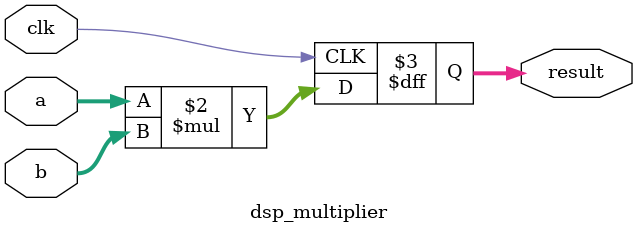
<source format=v>
module dsp_multiplier #(parameter WIDTH = 16)(
    input  wire clk,
    input  wire [WIDTH-1:0] a,
    input  wire [WIDTH-1:0] b,
    output reg [2*WIDTH-1:0] result
);

    // DSP-based multiplier - let Vivado use DSP blocks
    always @(posedge clk) begin
        result <= a * b;
    end

endmodule 
</source>
